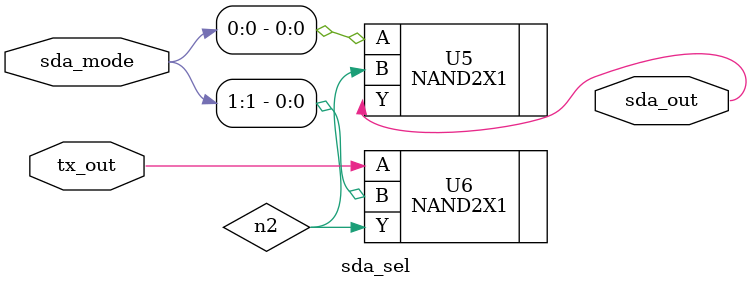
<source format=v>

module sda_sel ( tx_out, sda_mode, sda_out );
  input [1:0] sda_mode;
  input tx_out;
  output sda_out;
  wire   n2;

  NAND2X1 U5 ( .A(sda_mode[0]), .B(n2), .Y(sda_out) );
  NAND2X1 U6 ( .A(tx_out), .B(sda_mode[1]), .Y(n2) );
endmodule


</source>
